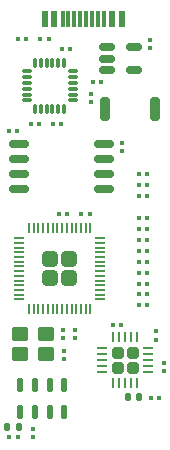
<source format=gbr>
%TF.GenerationSoftware,KiCad,Pcbnew,9.0.6*%
%TF.CreationDate,2026-01-01T23:14:18-05:00*%
%TF.ProjectId,rp2040 better,72703230-3430-4206-9265-747465722e6b,rev?*%
%TF.SameCoordinates,Original*%
%TF.FileFunction,Paste,Top*%
%TF.FilePolarity,Positive*%
%FSLAX46Y46*%
G04 Gerber Fmt 4.6, Leading zero omitted, Abs format (unit mm)*
G04 Created by KiCad (PCBNEW 9.0.6) date 2026-01-01 23:14:18*
%MOMM*%
%LPD*%
G01*
G04 APERTURE LIST*
G04 Aperture macros list*
%AMRoundRect*
0 Rectangle with rounded corners*
0 $1 Rounding radius*
0 $2 $3 $4 $5 $6 $7 $8 $9 X,Y pos of 4 corners*
0 Add a 4 corners polygon primitive as box body*
4,1,4,$2,$3,$4,$5,$6,$7,$8,$9,$2,$3,0*
0 Add four circle primitives for the rounded corners*
1,1,$1+$1,$2,$3*
1,1,$1+$1,$4,$5*
1,1,$1+$1,$6,$7*
1,1,$1+$1,$8,$9*
0 Add four rect primitives between the rounded corners*
20,1,$1+$1,$2,$3,$4,$5,0*
20,1,$1+$1,$4,$5,$6,$7,0*
20,1,$1+$1,$6,$7,$8,$9,0*
20,1,$1+$1,$8,$9,$2,$3,0*%
G04 Aperture macros list end*
%ADD10RoundRect,0.250000X-0.255000X-0.255000X0.255000X-0.255000X0.255000X0.255000X-0.255000X0.255000X0*%
%ADD11RoundRect,0.062500X-0.350000X-0.062500X0.350000X-0.062500X0.350000X0.062500X-0.350000X0.062500X0*%
%ADD12RoundRect,0.062500X-0.062500X-0.350000X0.062500X-0.350000X0.062500X0.350000X-0.062500X0.350000X0*%
%ADD13RoundRect,0.140000X-0.140000X-0.170000X0.140000X-0.170000X0.140000X0.170000X-0.140000X0.170000X0*%
%ADD14RoundRect,0.079500X-0.079500X-0.100500X0.079500X-0.100500X0.079500X0.100500X-0.079500X0.100500X0*%
%ADD15RoundRect,0.079500X0.100500X-0.079500X0.100500X0.079500X-0.100500X0.079500X-0.100500X-0.079500X0*%
%ADD16RoundRect,0.079500X0.079500X0.100500X-0.079500X0.100500X-0.079500X-0.100500X0.079500X-0.100500X0*%
%ADD17RoundRect,0.079500X-0.100500X0.079500X-0.100500X-0.079500X0.100500X-0.079500X0.100500X0.079500X0*%
%ADD18R,0.600000X1.450000*%
%ADD19R,0.300000X1.450000*%
%ADD20RoundRect,0.050000X-0.050000X-0.387500X0.050000X-0.387500X0.050000X0.387500X-0.050000X0.387500X0*%
%ADD21RoundRect,0.050000X-0.387500X-0.050000X0.387500X-0.050000X0.387500X0.050000X-0.387500X0.050000X0*%
%ADD22RoundRect,0.249999X-0.395001X-0.395001X0.395001X-0.395001X0.395001X0.395001X-0.395001X0.395001X0*%
%ADD23RoundRect,0.125000X0.125000X-0.475000X0.125000X0.475000X-0.125000X0.475000X-0.125000X-0.475000X0*%
%ADD24RoundRect,0.200000X0.200000X0.800000X-0.200000X0.800000X-0.200000X-0.800000X0.200000X-0.800000X0*%
%ADD25RoundRect,0.150000X-0.512500X-0.150000X0.512500X-0.150000X0.512500X0.150000X-0.512500X0.150000X0*%
%ADD26RoundRect,0.162500X-0.650000X-0.162500X0.650000X-0.162500X0.650000X0.162500X-0.650000X0.162500X0*%
%ADD27RoundRect,0.250000X0.450000X0.350000X-0.450000X0.350000X-0.450000X-0.350000X0.450000X-0.350000X0*%
%ADD28RoundRect,0.075000X0.075000X-0.350000X0.075000X0.350000X-0.075000X0.350000X-0.075000X-0.350000X0*%
%ADD29RoundRect,0.075000X-0.350000X-0.075000X0.350000X-0.075000X0.350000X0.075000X-0.350000X0.075000X0*%
G04 APERTURE END LIST*
D10*
%TO.C,U4*%
X203675000Y-88812500D03*
X203675000Y-90062500D03*
X204925000Y-88812500D03*
X204925000Y-90062500D03*
D11*
X202362500Y-88437500D03*
X202362500Y-88937500D03*
X202362500Y-89437500D03*
X202362500Y-89937500D03*
X202362500Y-90437500D03*
D12*
X203300000Y-91375000D03*
X203800000Y-91375000D03*
X204300000Y-91375000D03*
X204800000Y-91375000D03*
X205300000Y-91375000D03*
D11*
X206237500Y-90437500D03*
X206237500Y-89937500D03*
X206237500Y-89437500D03*
X206237500Y-88937500D03*
X206237500Y-88437500D03*
D12*
X205300000Y-87500000D03*
X204800000Y-87500000D03*
X204300000Y-87500000D03*
X203800000Y-87500000D03*
X203300000Y-87500000D03*
%TD*%
D13*
%TO.C,C22*%
X194330000Y-95130000D03*
X195290000Y-95130000D03*
%TD*%
%TO.C,C17*%
X204530000Y-92530000D03*
X205490000Y-92530000D03*
%TD*%
D14*
%TO.C,C1*%
X205475000Y-77400000D03*
X206165000Y-77400000D03*
%TD*%
%TO.C,C2*%
X205475000Y-78325000D03*
X206165000Y-78325000D03*
%TD*%
%TO.C,C3*%
X205475000Y-79250000D03*
X206165000Y-79250000D03*
%TD*%
%TO.C,C4*%
X205475000Y-80175000D03*
X206165000Y-80175000D03*
%TD*%
%TO.C,C5*%
X205475000Y-81100000D03*
X206165000Y-81100000D03*
%TD*%
%TO.C,C6*%
X205475000Y-82025000D03*
X206165000Y-82025000D03*
%TD*%
%TO.C,C7*%
X205475000Y-82950000D03*
X206165000Y-82950000D03*
%TD*%
%TO.C,C8*%
X205475000Y-83875000D03*
X206165000Y-83875000D03*
%TD*%
%TO.C,C9*%
X205475000Y-84800000D03*
X206165000Y-84800000D03*
%TD*%
%TO.C,C10*%
X205435000Y-73650000D03*
X206125000Y-73650000D03*
%TD*%
%TO.C,C11*%
X205435000Y-74575000D03*
X206125000Y-74575000D03*
%TD*%
%TO.C,C12*%
X205435000Y-75500000D03*
X206125000Y-75500000D03*
%TD*%
D15*
%TO.C,C13*%
X206425000Y-63020000D03*
X206425000Y-62330000D03*
%TD*%
D16*
%TO.C,C14*%
X202270000Y-65875000D03*
X201580000Y-65875000D03*
%TD*%
D15*
%TO.C,C15*%
X206900000Y-87005000D03*
X206900000Y-87695000D03*
%TD*%
D14*
%TO.C,C16*%
X203970000Y-86475000D03*
X203280000Y-86475000D03*
%TD*%
D15*
%TO.C,C18*%
X199075000Y-87545000D03*
X199075000Y-86855000D03*
%TD*%
D17*
%TO.C,C19*%
X199100000Y-88680000D03*
X199100000Y-89370000D03*
%TD*%
D15*
%TO.C,C20*%
X204025000Y-71770000D03*
X204025000Y-71080000D03*
%TD*%
D14*
%TO.C,C21*%
X194510000Y-95955000D03*
X195200000Y-95955000D03*
%TD*%
D17*
%TO.C,C23*%
X196525000Y-95230000D03*
X196525000Y-95920000D03*
%TD*%
D14*
%TO.C,C24*%
X198980000Y-63075000D03*
X199670000Y-63075000D03*
%TD*%
D16*
%TO.C,C25*%
X198845000Y-69475000D03*
X198155000Y-69475000D03*
%TD*%
D14*
%TO.C,C26*%
X196330000Y-69475000D03*
X197020000Y-69475000D03*
%TD*%
D18*
%TO.C,J1*%
X204000000Y-60545000D03*
X203200000Y-60545000D03*
D19*
X202500000Y-60545000D03*
X201500000Y-60545000D03*
X200000000Y-60545000D03*
X199000000Y-60545000D03*
D18*
X198300000Y-60545000D03*
X197500000Y-60545000D03*
X197500000Y-60545000D03*
X198300000Y-60545000D03*
D19*
X199500000Y-60545000D03*
X200500000Y-60545000D03*
X201000000Y-60545000D03*
X202000000Y-60545000D03*
D18*
X203200000Y-60545000D03*
X204000000Y-60545000D03*
%TD*%
D16*
%TO.C,R1*%
X195945000Y-62250000D03*
X195255000Y-62250000D03*
%TD*%
%TO.C,R2*%
X197820000Y-62250000D03*
X197130000Y-62250000D03*
%TD*%
D17*
%TO.C,R3*%
X207600000Y-89705000D03*
X207600000Y-90395000D03*
%TD*%
D16*
%TO.C,R4*%
X207170000Y-92650000D03*
X206480000Y-92650000D03*
%TD*%
%TO.C,R5*%
X199420000Y-77100000D03*
X198730000Y-77100000D03*
%TD*%
%TO.C,R6*%
X201295000Y-77100000D03*
X200605000Y-77100000D03*
%TD*%
D15*
%TO.C,R7*%
X200050000Y-87570000D03*
X200050000Y-86880000D03*
%TD*%
%TO.C,R8*%
X201425000Y-67620000D03*
X201425000Y-66930000D03*
%TD*%
D16*
%TO.C,R9*%
X194480000Y-70025000D03*
X195170000Y-70025000D03*
%TD*%
D20*
%TO.C,U1*%
X196162500Y-78262500D03*
X196562500Y-78262500D03*
X196962500Y-78262500D03*
X197362500Y-78262500D03*
X197762500Y-78262500D03*
X198162500Y-78262500D03*
X198562500Y-78262500D03*
X198962500Y-78262500D03*
X199362500Y-78262500D03*
X199762500Y-78262500D03*
X200162500Y-78262500D03*
X200562500Y-78262500D03*
X200962500Y-78262500D03*
X201362500Y-78262500D03*
D21*
X202200000Y-79100000D03*
X202200000Y-79500000D03*
X202200000Y-79900000D03*
X202200000Y-80300000D03*
X202200000Y-80700000D03*
X202200000Y-81100000D03*
X202200000Y-81500000D03*
X202200000Y-81900000D03*
X202200000Y-82300000D03*
X202200000Y-82700000D03*
X202200000Y-83100000D03*
X202200000Y-83500000D03*
X202200000Y-83900000D03*
X202200000Y-84300000D03*
D20*
X201362500Y-85137500D03*
X200962500Y-85137500D03*
X200562500Y-85137500D03*
X200162500Y-85137500D03*
X199762500Y-85137500D03*
X199362500Y-85137500D03*
X198962500Y-85137500D03*
X198562500Y-85137500D03*
X198162500Y-85137500D03*
X197762500Y-85137500D03*
X197362500Y-85137500D03*
X196962500Y-85137500D03*
X196562500Y-85137500D03*
X196162500Y-85137500D03*
D21*
X195325000Y-84300000D03*
X195325000Y-83900000D03*
X195325000Y-83500000D03*
X195325000Y-83100000D03*
X195325000Y-82700000D03*
X195325000Y-82300000D03*
X195325000Y-81900000D03*
X195325000Y-81500000D03*
X195325000Y-81100000D03*
X195325000Y-80700000D03*
X195325000Y-80300000D03*
X195325000Y-79900000D03*
X195325000Y-79500000D03*
X195325000Y-79100000D03*
D22*
X199562500Y-82500000D03*
X199562500Y-80900000D03*
X197962500Y-82500000D03*
X197962500Y-80900000D03*
%TD*%
D23*
%TO.C,U3*%
X195400000Y-91500000D03*
X196650000Y-91500000D03*
X197900000Y-91500000D03*
X199150000Y-91500000D03*
X199150000Y-93800000D03*
X197900000Y-93800000D03*
X196650000Y-93800000D03*
X195400000Y-93800000D03*
%TD*%
D24*
%TO.C,SW1*%
X202600000Y-68200000D03*
X206800000Y-68200000D03*
%TD*%
D25*
%TO.C,U5*%
X205037500Y-62950000D03*
X205037500Y-64850000D03*
X202762500Y-64850000D03*
X202762500Y-63900000D03*
X202762500Y-62950000D03*
%TD*%
D26*
%TO.C,U6*%
X202487500Y-71095000D03*
X202487500Y-72365000D03*
X202487500Y-73635000D03*
X202487500Y-74905000D03*
X195312500Y-74905000D03*
X195312500Y-73635000D03*
X195312500Y-72365000D03*
X195312500Y-71095000D03*
%TD*%
D27*
%TO.C,Y1*%
X197600000Y-88900000D03*
X195400000Y-88900000D03*
X195400000Y-87200000D03*
X197600000Y-87200000D03*
%TD*%
D28*
%TO.C,U2*%
X196650000Y-64250000D03*
X197150000Y-64250000D03*
X197650000Y-64250000D03*
X198150000Y-64250000D03*
X198650000Y-64250000D03*
X199150000Y-64250000D03*
D29*
X199850000Y-64950000D03*
X199850000Y-65450000D03*
X199850000Y-65950000D03*
X199850000Y-66450000D03*
X199850000Y-66950000D03*
X199850000Y-67450000D03*
D28*
X199150000Y-68150000D03*
X198650000Y-68150000D03*
X198150000Y-68150000D03*
X197650000Y-68150000D03*
X197150000Y-68150000D03*
X196650000Y-68150000D03*
D29*
X195950000Y-67450000D03*
X195950000Y-66950000D03*
X195950000Y-66450000D03*
X195950000Y-65950000D03*
X195950000Y-65450000D03*
X195950000Y-64950000D03*
%TD*%
M02*

</source>
